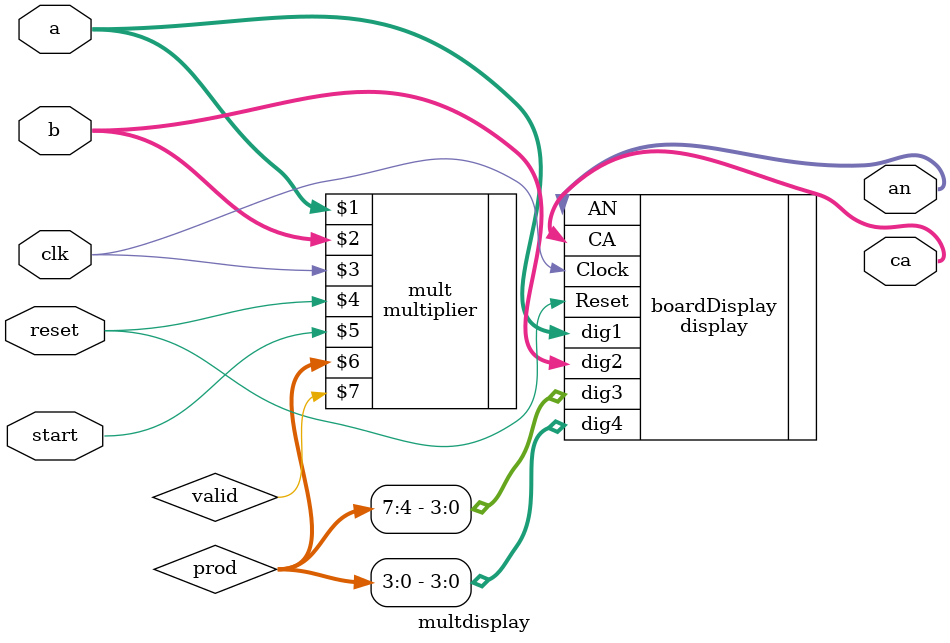
<source format=v>
`timescale 1ns / 1ps


module multdisplay(
   input clk,input reset,input [3:0] a,input[3:0] b,input start,
    output [3:0] an, output [6:0] ca);
    
       wire [7:0] prod; wire valid;
       multiplier mult ( a,b,clk,reset,start,prod,valid);
       
    display boardDisplay(
    .dig1(a[3:0]),
    .dig2(b[3:0]),
    .dig3(prod[7:4]),
    .dig4(prod[3:0]),
    .Clock(clk),
    .Reset(reset),
    .CA(ca),
    .AN(an)
    );
endmodule

</source>
